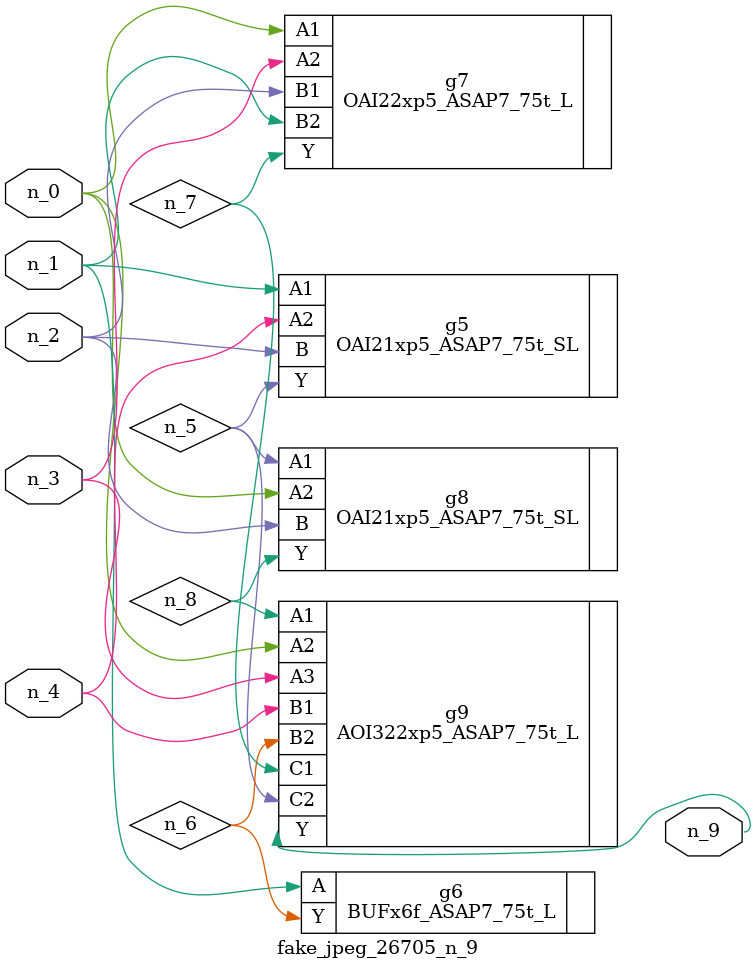
<source format=v>
module fake_jpeg_26705_n_9 (n_3, n_2, n_1, n_0, n_4, n_9);

input n_3;
input n_2;
input n_1;
input n_0;
input n_4;

output n_9;

wire n_8;
wire n_6;
wire n_5;
wire n_7;

OAI21xp5_ASAP7_75t_SL g5 ( 
.A1(n_1),
.A2(n_4),
.B(n_2),
.Y(n_5)
);

BUFx6f_ASAP7_75t_L g6 ( 
.A(n_1),
.Y(n_6)
);

OAI22xp5_ASAP7_75t_L g7 ( 
.A1(n_0),
.A2(n_3),
.B1(n_2),
.B2(n_1),
.Y(n_7)
);

OAI21xp5_ASAP7_75t_SL g8 ( 
.A1(n_5),
.A2(n_0),
.B(n_2),
.Y(n_8)
);

AOI322xp5_ASAP7_75t_L g9 ( 
.A1(n_8),
.A2(n_0),
.A3(n_3),
.B1(n_4),
.B2(n_6),
.C1(n_7),
.C2(n_5),
.Y(n_9)
);


endmodule
</source>
